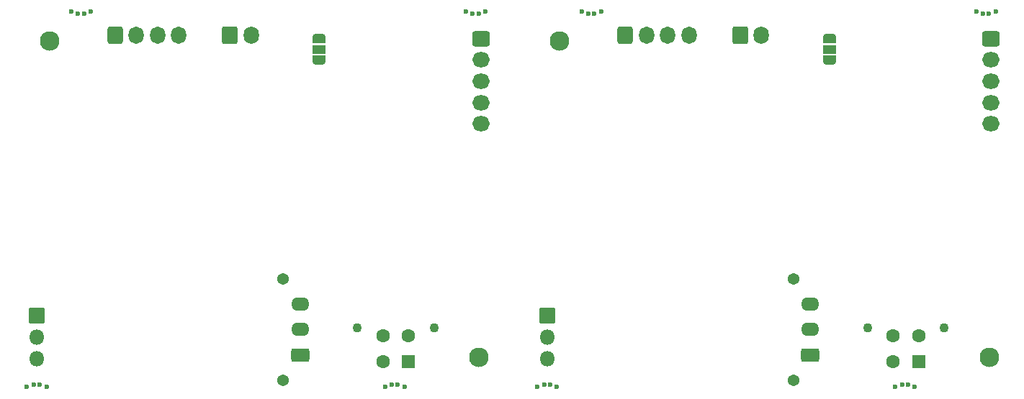
<source format=gbr>
%TF.GenerationSoftware,KiCad,Pcbnew,7.0.10*%
%TF.CreationDate,2024-03-22T19:30:53+01:00*%
%TF.ProjectId,SmartDisplay,536d6172-7444-4697-9370-6c61792e6b69,rev?*%
%TF.SameCoordinates,Original*%
%TF.FileFunction,Soldermask,Bot*%
%TF.FilePolarity,Negative*%
%FSLAX46Y46*%
G04 Gerber Fmt 4.6, Leading zero omitted, Abs format (unit mm)*
G04 Created by KiCad (PCBNEW 7.0.10) date 2024-03-22 19:30:53*
%MOMM*%
%LPD*%
G01*
G04 APERTURE LIST*
G04 Aperture macros list*
%AMRoundRect*
0 Rectangle with rounded corners*
0 $1 Rounding radius*
0 $2 $3 $4 $5 $6 $7 $8 $9 X,Y pos of 4 corners*
0 Add a 4 corners polygon primitive as box body*
4,1,4,$2,$3,$4,$5,$6,$7,$8,$9,$2,$3,0*
0 Add four circle primitives for the rounded corners*
1,1,$1+$1,$2,$3*
1,1,$1+$1,$4,$5*
1,1,$1+$1,$6,$7*
1,1,$1+$1,$8,$9*
0 Add four rect primitives between the rounded corners*
20,1,$1+$1,$2,$3,$4,$5,0*
20,1,$1+$1,$4,$5,$6,$7,0*
20,1,$1+$1,$6,$7,$8,$9,0*
20,1,$1+$1,$8,$9,$2,$3,0*%
%AMFreePoly0*
4,1,35,0.585355,0.785355,0.600000,0.750000,0.600000,-0.750000,0.585355,-0.785355,0.550000,-0.800000,0.000000,-0.800000,-0.012286,-0.794911,-0.071157,-0.794911,-0.085244,-0.792886,-0.221795,-0.752791,-0.234740,-0.746879,-0.354462,-0.669938,-0.365217,-0.660618,-0.458414,-0.553063,-0.466109,-0.541091,-0.525228,-0.411637,-0.529237,-0.397982,-0.549491,-0.257116,-0.550000,-0.250000,-0.550000,0.250000,
-0.549491,0.257116,-0.529237,0.397982,-0.525228,0.411637,-0.466109,0.541091,-0.458414,0.553063,-0.365217,0.660618,-0.354462,0.669938,-0.234740,0.746879,-0.221795,0.752791,-0.085244,0.792886,-0.071157,0.794911,-0.012286,0.794911,0.000000,0.800000,0.550000,0.800000,0.585355,0.785355,0.585355,0.785355,$1*%
%AMFreePoly1*
4,1,35,0.012286,0.794911,0.071157,0.794911,0.085244,0.792886,0.221795,0.752791,0.234740,0.746879,0.354462,0.669938,0.365217,0.660618,0.458414,0.553063,0.466109,0.541091,0.525228,0.411637,0.529237,0.397982,0.549491,0.257116,0.550000,0.250000,0.550000,-0.250000,0.549491,-0.257116,0.529237,-0.397982,0.525228,-0.411637,0.466109,-0.541091,0.458414,-0.553063,0.365217,-0.660618,
0.354462,-0.669938,0.234740,-0.746879,0.221795,-0.752791,0.085244,-0.792886,0.071157,-0.794911,0.012286,-0.794911,0.000000,-0.800000,-0.550000,-0.800000,-0.585355,-0.785355,-0.600000,-0.750000,-0.600000,0.750000,-0.585355,0.785355,-0.550000,0.800000,0.000000,0.800000,0.012286,0.794911,0.012286,0.794911,$1*%
G04 Aperture macros list end*
%ADD10FreePoly0,270.000000*%
%ADD11RoundRect,0.050000X-0.750000X0.500000X-0.750000X-0.500000X0.750000X-0.500000X0.750000X0.500000X0*%
%ADD12FreePoly1,270.000000*%
%ADD13C,0.600000*%
%ADD14RoundRect,0.050000X-0.850000X-0.850000X0.850000X-0.850000X0.850000X0.850000X-0.850000X0.850000X0*%
%ADD15O,1.800000X1.800000*%
%ADD16RoundRect,0.264706X-0.635294X-0.760294X0.635294X-0.760294X0.635294X0.760294X-0.635294X0.760294X0*%
%ADD17O,1.800000X2.050000*%
%ADD18C,1.370000*%
%ADD19RoundRect,0.266667X0.793333X-0.533333X0.793333X0.533333X-0.793333X0.533333X-0.793333X-0.533333X0*%
%ADD20O,2.120000X1.600000*%
%ADD21C,1.100000*%
%ADD22RoundRect,0.266667X0.533333X0.533333X-0.533333X0.533333X-0.533333X-0.533333X0.533333X-0.533333X0*%
%ADD23C,1.600000*%
%ADD24RoundRect,0.264706X-0.760294X0.635294X-0.760294X-0.635294X0.760294X-0.635294X0.760294X0.635294X0*%
%ADD25O,2.050000X1.800000*%
%ADD26RoundRect,0.264706X-0.635294X-0.785294X0.635294X-0.785294X0.635294X0.785294X-0.635294X0.785294X0*%
%ADD27O,1.800000X2.100000*%
%ADD28C,2.300000*%
G04 APERTURE END LIST*
D10*
%TO.C,JP6*%
X143790000Y-45020000D03*
D11*
X143790000Y-46320000D03*
D12*
X143790000Y-47620000D03*
%TD*%
D13*
%TO.C,MB5*%
X114650000Y-41880000D03*
X115450000Y-42130000D03*
X116150000Y-42130000D03*
X116950000Y-41880000D03*
%TD*%
%TO.C,MB6*%
X161050000Y-41880000D03*
X161850000Y-42130000D03*
X162550000Y-42130000D03*
X163350000Y-41880000D03*
%TD*%
D14*
%TO.C,J11*%
X110600000Y-77650000D03*
D15*
X110600000Y-80190000D03*
X110600000Y-82730000D03*
%TD*%
D13*
%TO.C,MB7*%
X111740000Y-86070000D03*
X110940000Y-85820000D03*
X110240000Y-85820000D03*
X109440000Y-86070000D03*
%TD*%
%TO.C,MB8*%
X153840000Y-86070000D03*
X153040000Y-85820000D03*
X152340000Y-85820000D03*
X151540000Y-86070000D03*
%TD*%
D16*
%TO.C,J9*%
X119790000Y-44664000D03*
D17*
X122290000Y-44664000D03*
X124790000Y-44664000D03*
X127290000Y-44664000D03*
%TD*%
D18*
%TO.C,J14*%
X139580000Y-85320000D03*
X139580000Y-73320000D03*
D19*
X141540000Y-82320000D03*
D20*
X141540000Y-79320000D03*
X141540000Y-76320000D03*
%TD*%
D21*
%TO.C,J16*%
X157290000Y-79130000D03*
X148290000Y-79130000D03*
D22*
X154290000Y-83070000D03*
D23*
X151290000Y-83070000D03*
X154290000Y-80070000D03*
X151290000Y-80070000D03*
%TD*%
D24*
%TO.C,J10*%
X162790000Y-45070000D03*
D25*
X162790000Y-47570000D03*
X162790000Y-50070000D03*
X162790000Y-52570000D03*
X162790000Y-55070000D03*
%TD*%
D26*
%TO.C,J15*%
X133290000Y-44664000D03*
D27*
X135790000Y-44664000D03*
%TD*%
D28*
%TO.C,H4*%
X162565056Y-82556056D03*
%TD*%
%TO.C,H3*%
X112100000Y-45299000D03*
%TD*%
%TO.C,H1*%
X52100000Y-45299000D03*
%TD*%
%TO.C,H2*%
X102565056Y-82556056D03*
%TD*%
D26*
%TO.C,J7*%
X73290000Y-44664000D03*
D27*
X75790000Y-44664000D03*
%TD*%
D24*
%TO.C,J2*%
X102790000Y-45070000D03*
D25*
X102790000Y-47570000D03*
X102790000Y-50070000D03*
X102790000Y-52570000D03*
X102790000Y-55070000D03*
%TD*%
D21*
%TO.C,J8*%
X97290000Y-79130000D03*
X88290000Y-79130000D03*
D22*
X94290000Y-83070000D03*
D23*
X91290000Y-83070000D03*
X94290000Y-80070000D03*
X91290000Y-80070000D03*
%TD*%
D18*
%TO.C,J6*%
X79580000Y-85320000D03*
X79580000Y-73320000D03*
D19*
X81540000Y-82320000D03*
D20*
X81540000Y-79320000D03*
X81540000Y-76320000D03*
%TD*%
D16*
%TO.C,J1*%
X59790000Y-44664000D03*
D17*
X62290000Y-44664000D03*
X64790000Y-44664000D03*
X67290000Y-44664000D03*
%TD*%
D13*
%TO.C,MB4*%
X93840000Y-86070000D03*
X93040000Y-85820000D03*
X92340000Y-85820000D03*
X91540000Y-86070000D03*
%TD*%
%TO.C,MB3*%
X51740000Y-86070000D03*
X50940000Y-85820000D03*
X50240000Y-85820000D03*
X49440000Y-86070000D03*
%TD*%
D14*
%TO.C,J3*%
X50600000Y-77650000D03*
D15*
X50600000Y-80190000D03*
X50600000Y-82730000D03*
%TD*%
D13*
%TO.C,MB2*%
X101050000Y-41880000D03*
X101850000Y-42130000D03*
X102550000Y-42130000D03*
X103350000Y-41880000D03*
%TD*%
%TO.C,MB1*%
X54650000Y-41880000D03*
X55450000Y-42130000D03*
X56150000Y-42130000D03*
X56950000Y-41880000D03*
%TD*%
D10*
%TO.C,JP3*%
X83790000Y-45020000D03*
D11*
X83790000Y-46320000D03*
D12*
X83790000Y-47620000D03*
%TD*%
M02*

</source>
